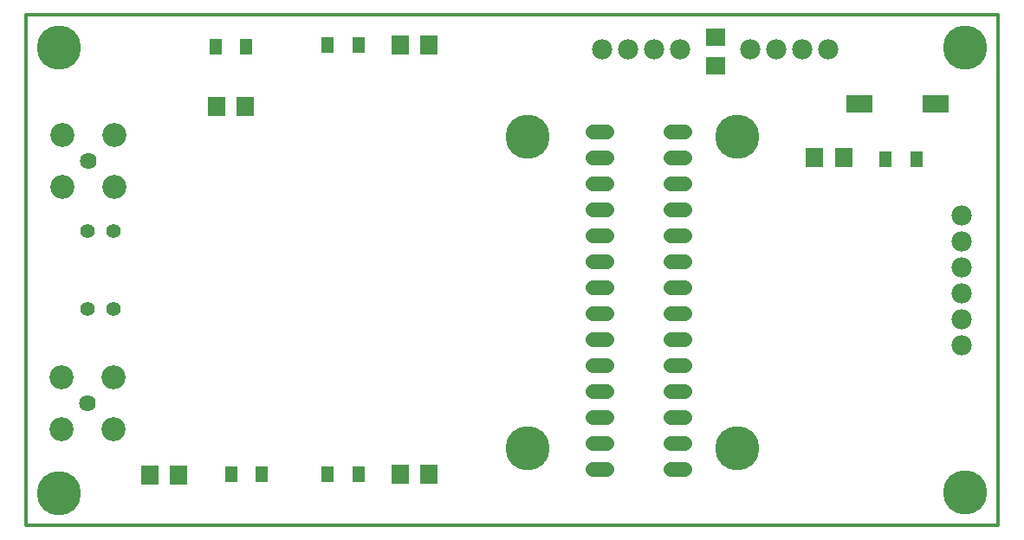
<source format=gbs>
G75*
%MOIN*%
%OFA0B0*%
%FSLAX24Y24*%
%IPPOS*%
%LPD*%
%AMOC8*
5,1,8,0,0,1.08239X$1,22.5*
%
%ADD10C,0.0120*%
%ADD11C,0.0560*%
%ADD12R,0.0512X0.0591*%
%ADD13R,0.0670X0.0749*%
%ADD14C,0.0640*%
%ADD15C,0.0926*%
%ADD16C,0.0780*%
%ADD17C,0.1700*%
%ADD18R,0.1024X0.0670*%
%ADD19C,0.0555*%
%ADD20R,0.0749X0.0670*%
D10*
X000160Y000160D02*
X037562Y000160D01*
X037562Y019845D01*
X000160Y019845D01*
X000160Y000160D01*
D11*
X021960Y002349D02*
X022480Y002349D01*
X022480Y003349D02*
X021960Y003349D01*
X021960Y004349D02*
X022480Y004349D01*
X022480Y005349D02*
X021960Y005349D01*
X021960Y006349D02*
X022480Y006349D01*
X022480Y007349D02*
X021960Y007349D01*
X021960Y008349D02*
X022480Y008349D01*
X022480Y009349D02*
X021960Y009349D01*
X021960Y010349D02*
X022480Y010349D01*
X022480Y011349D02*
X021960Y011349D01*
X021960Y012349D02*
X022480Y012349D01*
X022480Y013349D02*
X021960Y013349D01*
X021960Y014349D02*
X022480Y014349D01*
X022480Y015349D02*
X021960Y015349D01*
X024960Y015349D02*
X025480Y015349D01*
X025480Y014349D02*
X024960Y014349D01*
X024960Y013349D02*
X025480Y013349D01*
X025480Y012349D02*
X024960Y012349D01*
X024960Y011349D02*
X025480Y011349D01*
X025480Y010349D02*
X024960Y010349D01*
X024960Y009349D02*
X025480Y009349D01*
X025480Y008349D02*
X024960Y008349D01*
X024960Y007349D02*
X025480Y007349D01*
X025480Y006349D02*
X024960Y006349D01*
X024960Y005349D02*
X025480Y005349D01*
X025480Y004349D02*
X024960Y004349D01*
X024960Y003349D02*
X025480Y003349D01*
X025480Y002349D02*
X024960Y002349D01*
D12*
X012955Y002129D03*
X011774Y002129D03*
X009233Y002149D03*
X008052Y002149D03*
X033242Y014281D03*
X034423Y014281D03*
X012955Y018664D03*
X011774Y018664D03*
X008635Y018610D03*
X007453Y018610D03*
D13*
X007483Y016302D03*
X008585Y016302D03*
X014569Y018664D03*
X015672Y018664D03*
X030509Y014344D03*
X031612Y014344D03*
X015672Y002129D03*
X014569Y002129D03*
X006038Y002116D03*
X004936Y002116D03*
D14*
X002522Y004884D03*
X002557Y014205D03*
D15*
X003557Y013205D03*
X001557Y013205D03*
X001557Y015205D03*
X003557Y015205D03*
X003522Y005884D03*
X001522Y005884D03*
X001522Y003884D03*
X003522Y003884D03*
D16*
X022322Y018520D03*
X023322Y018520D03*
X024322Y018520D03*
X025322Y018520D03*
X028013Y018515D03*
X029013Y018515D03*
X030013Y018515D03*
X031013Y018515D03*
X036156Y012117D03*
X036156Y011117D03*
X036156Y010117D03*
X036156Y009117D03*
X036156Y008117D03*
X036156Y007117D03*
D17*
X027519Y003136D03*
X019451Y003136D03*
X036297Y001430D03*
X027519Y015141D03*
X019451Y015141D03*
X036297Y018580D03*
X001433Y018584D03*
X001439Y001420D03*
D18*
X032240Y016419D03*
X035154Y016419D03*
D19*
X003522Y011503D03*
X002522Y011503D03*
X002522Y008503D03*
X003522Y008503D03*
D20*
X026688Y017883D03*
X026688Y018985D03*
M02*

</source>
